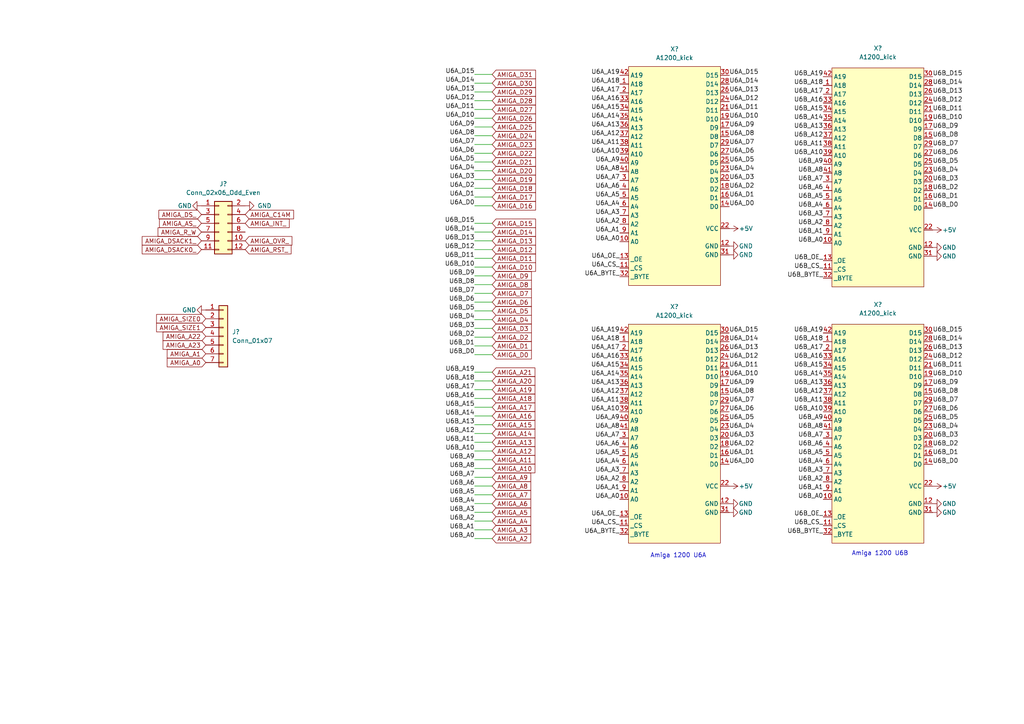
<source format=kicad_sch>
(kicad_sch (version 20211123) (generator eeschema)
  (paper "A4")
  (lib_symbols
    (symbol "A1200_kick_1"
      (property "Reference" "X" (at 0 0 0))
      (property "Value" "A1200_kick_1" (at 0 0 0))
      (symbol "A1200_kick_1_0_1"
        (rectangle (start -12.7 0) (end 13.97 -63.5) (fill (type background)))
      )
      (symbol "A1200_kick_1_1_1"
        (pin input line (at -15.24 -5.08 0) (length 2.54) (name "A18") (number "1"))
        (pin input line (at -15.24 -50.8 0) (length 2.54) (name "A0") (number "10"))
        (pin input line (at -15.24 -58.42 0) (length 2.54) (name "_CS") (number "11"))
        (pin input line (at 16.51 -52.07 180) (length 2.54) (name "GND") (number "12"))
        (pin input line (at -15.24 -55.88 0) (length 2.54) (name "_OE") (number "13"))
        (pin input line (at 16.51 -40.64 180) (length 2.54) (name "D0") (number "14"))
        (pin input line (at 16.51 -20.32 180) (length 2.54) (name "D8") (number "15"))
        (pin input line (at 16.51 -38.1 180) (length 2.54) (name "D1") (number "16"))
        (pin input line (at 16.51 -17.78 180) (length 2.54) (name "D9") (number "17"))
        (pin input line (at 16.51 -35.56 180) (length 2.54) (name "D2") (number "18"))
        (pin input line (at 16.51 -15.24 180) (length 2.54) (name "D10") (number "19"))
        (pin input line (at -15.24 -7.62 0) (length 2.54) (name "A17") (number "2"))
        (pin input line (at 16.51 -33.02 180) (length 2.54) (name "D3") (number "20"))
        (pin input line (at 16.51 -12.7 180) (length 2.54) (name "D11") (number "21"))
        (pin input line (at 16.51 -46.99 180) (length 2.54) (name "VCC") (number "22"))
        (pin input line (at 16.51 -30.48 180) (length 2.54) (name "D4") (number "23"))
        (pin input line (at 16.51 -10.16 180) (length 2.54) (name "D12") (number "24"))
        (pin input line (at 16.51 -27.94 180) (length 2.54) (name "D5") (number "25"))
        (pin input line (at 16.51 -7.62 180) (length 2.54) (name "D13") (number "26"))
        (pin input line (at 16.51 -25.4 180) (length 2.54) (name "D6") (number "27"))
        (pin input line (at 16.51 -5.08 180) (length 2.54) (name "D14") (number "28"))
        (pin input line (at 16.51 -22.86 180) (length 2.54) (name "D7") (number "29"))
        (pin input line (at -15.24 -33.02 0) (length 2.54) (name "A7") (number "3"))
        (pin input line (at 16.51 -2.54 180) (length 2.54) (name "D15") (number "30"))
        (pin input line (at 16.51 -54.61 180) (length 2.54) (name "GND") (number "31"))
        (pin input line (at -15.24 -60.96 0) (length 2.54) (name "_BYTE") (number "32"))
        (pin input line (at -15.24 -10.16 0) (length 2.54) (name "A16") (number "33"))
        (pin input line (at -15.24 -12.7 0) (length 2.54) (name "A15") (number "34"))
        (pin input line (at -15.24 -15.24 0) (length 2.54) (name "A14") (number "35"))
        (pin input line (at -15.24 -17.78 0) (length 2.54) (name "A13") (number "36"))
        (pin input line (at -15.24 -20.32 0) (length 2.54) (name "A12") (number "37"))
        (pin input line (at -15.24 -22.86 0) (length 2.54) (name "A11") (number "38"))
        (pin input line (at -15.24 -25.4 0) (length 2.54) (name "A10") (number "39"))
        (pin input line (at -15.24 -35.56 0) (length 2.54) (name "A6") (number "4"))
        (pin input line (at -15.24 -27.94 0) (length 2.54) (name "A9") (number "40"))
        (pin input line (at -15.24 -30.48 0) (length 2.54) (name "A8") (number "41"))
        (pin input line (at -15.24 -2.54 0) (length 2.54) (name "A19") (number "42"))
        (pin input line (at -15.24 -38.1 0) (length 2.54) (name "A5") (number "5"))
        (pin input line (at -15.24 -40.64 0) (length 2.54) (name "A4") (number "6"))
        (pin input line (at -15.24 -43.18 0) (length 2.54) (name "A3") (number "7"))
        (pin input line (at -15.24 -45.72 0) (length 2.54) (name "A2") (number "8"))
        (pin input line (at -15.24 -48.26 0) (length 2.54) (name "A1") (number "9"))
      )
    )
    (symbol "A1200_kick_2"
      (property "Reference" "X" (at 0 0 0))
      (property "Value" "A1200_kick_2" (at 0 0 0))
      (symbol "A1200_kick_2_0_1"
        (rectangle (start -12.7 0) (end 13.97 -63.5) (fill (type background)))
      )
      (symbol "A1200_kick_2_1_1"
        (pin input line (at -15.24 -5.08 0) (length 2.54) (name "A18") (number "1"))
        (pin input line (at -15.24 -50.8 0) (length 2.54) (name "A0") (number "10"))
        (pin input line (at -15.24 -58.42 0) (length 2.54) (name "_CS") (number "11"))
        (pin input line (at 16.51 -52.07 180) (length 2.54) (name "GND") (number "12"))
        (pin input line (at -15.24 -55.88 0) (length 2.54) (name "_OE") (number "13"))
        (pin input line (at 16.51 -40.64 180) (length 2.54) (name "D0") (number "14"))
        (pin input line (at 16.51 -20.32 180) (length 2.54) (name "D8") (number "15"))
        (pin input line (at 16.51 -38.1 180) (length 2.54) (name "D1") (number "16"))
        (pin input line (at 16.51 -17.78 180) (length 2.54) (name "D9") (number "17"))
        (pin input line (at 16.51 -35.56 180) (length 2.54) (name "D2") (number "18"))
        (pin input line (at 16.51 -15.24 180) (length 2.54) (name "D10") (number "19"))
        (pin input line (at -15.24 -7.62 0) (length 2.54) (name "A17") (number "2"))
        (pin input line (at 16.51 -33.02 180) (length 2.54) (name "D3") (number "20"))
        (pin input line (at 16.51 -12.7 180) (length 2.54) (name "D11") (number "21"))
        (pin input line (at 16.51 -46.99 180) (length 2.54) (name "VCC") (number "22"))
        (pin input line (at 16.51 -30.48 180) (length 2.54) (name "D4") (number "23"))
        (pin input line (at 16.51 -10.16 180) (length 2.54) (name "D12") (number "24"))
        (pin input line (at 16.51 -27.94 180) (length 2.54) (name "D5") (number "25"))
        (pin input line (at 16.51 -7.62 180) (length 2.54) (name "D13") (number "26"))
        (pin input line (at 16.51 -25.4 180) (length 2.54) (name "D6") (number "27"))
        (pin input line (at 16.51 -5.08 180) (length 2.54) (name "D14") (number "28"))
        (pin input line (at 16.51 -22.86 180) (length 2.54) (name "D7") (number "29"))
        (pin input line (at -15.24 -33.02 0) (length 2.54) (name "A7") (number "3"))
        (pin input line (at 16.51 -2.54 180) (length 2.54) (name "D15") (number "30"))
        (pin input line (at 16.51 -54.61 180) (length 2.54) (name "GND") (number "31"))
        (pin input line (at -15.24 -60.96 0) (length 2.54) (name "_BYTE") (number "32"))
        (pin input line (at -15.24 -10.16 0) (length 2.54) (name "A16") (number "33"))
        (pin input line (at -15.24 -12.7 0) (length 2.54) (name "A15") (number "34"))
        (pin input line (at -15.24 -15.24 0) (length 2.54) (name "A14") (number "35"))
        (pin input line (at -15.24 -17.78 0) (length 2.54) (name "A13") (number "36"))
        (pin input line (at -15.24 -20.32 0) (length 2.54) (name "A12") (number "37"))
        (pin input line (at -15.24 -22.86 0) (length 2.54) (name "A11") (number "38"))
        (pin input line (at -15.24 -25.4 0) (length 2.54) (name "A10") (number "39"))
        (pin input line (at -15.24 -35.56 0) (length 2.54) (name "A6") (number "4"))
        (pin input line (at -15.24 -27.94 0) (length 2.54) (name "A9") (number "40"))
        (pin input line (at -15.24 -30.48 0) (length 2.54) (name "A8") (number "41"))
        (pin input line (at -15.24 -2.54 0) (length 2.54) (name "A19") (number "42"))
        (pin input line (at -15.24 -38.1 0) (length 2.54) (name "A5") (number "5"))
        (pin input line (at -15.24 -40.64 0) (length 2.54) (name "A4") (number "6"))
        (pin input line (at -15.24 -43.18 0) (length 2.54) (name "A3") (number "7"))
        (pin input line (at -15.24 -45.72 0) (length 2.54) (name "A2") (number "8"))
        (pin input line (at -15.24 -48.26 0) (length 2.54) (name "A1") (number "9"))
      )
    )
    (symbol "A1200_kick_3"
      (property "Reference" "X" (at 0 0 0))
      (property "Value" "A1200_kick_3" (at 0 0 0))
      (symbol "A1200_kick_3_0_1"
        (rectangle (start -12.7 0) (end 13.97 -63.5) (fill (type background)))
      )
      (symbol "A1200_kick_3_1_1"
        (pin input line (at -15.24 -5.08 0) (length 2.54) (name "A18") (number "1"))
        (pin input line (at -15.24 -50.8 0) (length 2.54) (name "A0") (number "10"))
        (pin input line (at -15.24 -58.42 0) (length 2.54) (name "_CS") (number "11"))
        (pin input line (at 16.51 -52.07 180) (length 2.54) (name "GND") (number "12"))
        (pin input line (at -15.24 -55.88 0) (length 2.54) (name "_OE") (number "13"))
        (pin input line (at 16.51 -40.64 180) (length 2.54) (name "D0") (number "14"))
        (pin input line (at 16.51 -20.32 180) (length 2.54) (name "D8") (number "15"))
        (pin input line (at 16.51 -38.1 180) (length 2.54) (name "D1") (number "16"))
        (pin input line (at 16.51 -17.78 180) (length 2.54) (name "D9") (number "17"))
        (pin input line (at 16.51 -35.56 180) (length 2.54) (name "D2") (number "18"))
        (pin input line (at 16.51 -15.24 180) (length 2.54) (name "D10") (number "19"))
        (pin input line (at -15.24 -7.62 0) (length 2.54) (name "A17") (number "2"))
        (pin input line (at 16.51 -33.02 180) (length 2.54) (name "D3") (number "20"))
        (pin input line (at 16.51 -12.7 180) (length 2.54) (name "D11") (number "21"))
        (pin input line (at 16.51 -46.99 180) (length 2.54) (name "VCC") (number "22"))
        (pin input line (at 16.51 -30.48 180) (length 2.54) (name "D4") (number "23"))
        (pin input line (at 16.51 -10.16 180) (length 2.54) (name "D12") (number "24"))
        (pin input line (at 16.51 -27.94 180) (length 2.54) (name "D5") (number "25"))
        (pin input line (at 16.51 -7.62 180) (length 2.54) (name "D13") (number "26"))
        (pin input line (at 16.51 -25.4 180) (length 2.54) (name "D6") (number "27"))
        (pin input line (at 16.51 -5.08 180) (length 2.54) (name "D14") (number "28"))
        (pin input line (at 16.51 -22.86 180) (length 2.54) (name "D7") (number "29"))
        (pin input line (at -15.24 -33.02 0) (length 2.54) (name "A7") (number "3"))
        (pin input line (at 16.51 -2.54 180) (length 2.54) (name "D15") (number "30"))
        (pin input line (at 16.51 -54.61 180) (length 2.54) (name "GND") (number "31"))
        (pin input line (at -15.24 -60.96 0) (length 2.54) (name "_BYTE") (number "32"))
        (pin input line (at -15.24 -10.16 0) (length 2.54) (name "A16") (number "33"))
        (pin input line (at -15.24 -12.7 0) (length 2.54) (name "A15") (number "34"))
        (pin input line (at -15.24 -15.24 0) (length 2.54) (name "A14") (number "35"))
        (pin input line (at -15.24 -17.78 0) (length 2.54) (name "A13") (number "36"))
        (pin input line (at -15.24 -20.32 0) (length 2.54) (name "A12") (number "37"))
        (pin input line (at -15.24 -22.86 0) (length 2.54) (name "A11") (number "38"))
        (pin input line (at -15.24 -25.4 0) (length 2.54) (name "A10") (number "39"))
        (pin input line (at -15.24 -35.56 0) (length 2.54) (name "A6") (number "4"))
        (pin input line (at -15.24 -27.94 0) (length 2.54) (name "A9") (number "40"))
        (pin input line (at -15.24 -30.48 0) (length 2.54) (name "A8") (number "41"))
        (pin input line (at -15.24 -2.54 0) (length 2.54) (name "A19") (number "42"))
        (pin input line (at -15.24 -38.1 0) (length 2.54) (name "A5") (number "5"))
        (pin input line (at -15.24 -40.64 0) (length 2.54) (name "A4") (number "6"))
        (pin input line (at -15.24 -43.18 0) (length 2.54) (name "A3") (number "7"))
        (pin input line (at -15.24 -45.72 0) (length 2.54) (name "A2") (number "8"))
        (pin input line (at -15.24 -48.26 0) (length 2.54) (name "A1") (number "9"))
      )
    )
    (symbol "Connector_Generic:Conn_01x07" (pin_names (offset 1.016) hide)
      (property "Reference" "J" (at 0 10.16 0))
      (property "Value" "Conn_01x07" (at 0 -10.16 0))
      (symbol "Conn_01x07_1_1"
        (rectangle (start -1.27 -7.493) (end 0 -7.747) (stroke (width 0.1524)))
        (rectangle (start -1.27 -4.953) (end 0 -5.207) (stroke (width 0.1524)))
        (rectangle (start -1.27 -2.413) (end 0 -2.667) (stroke (width 0.1524)))
        (rectangle (start -1.27 0.127) (end 0 -0.127) (stroke (width 0.1524)))
        (rectangle (start -1.27 2.667) (end 0 2.413) (stroke (width 0.1524)))
        (rectangle (start -1.27 5.207) (end 0 4.953) (stroke (width 0.1524)))
        (rectangle (start -1.27 7.747) (end 0 7.493) (stroke (width 0.1524)))
        (rectangle (start -1.27 8.89) (end 1.27 -8.89) (stroke (width 0.254)) (fill (type background)))
        (pin passive line (at -5.08 7.62 0) (length 3.81) (name "Pin_1") (number "1"))
        (pin passive line (at -5.08 5.08 0) (length 3.81) (name "Pin_2") (number "2"))
        (pin passive line (at -5.08 2.54 0) (length 3.81) (name "Pin_3") (number "3"))
        (pin passive line (at -5.08 0 0) (length 3.81) (name "Pin_4") (number "4"))
        (pin passive line (at -5.08 -2.54 0) (length 3.81) (name "Pin_5") (number "5"))
        (pin passive line (at -5.08 -5.08 0) (length 3.81) (name "Pin_6") (number "6"))
        (pin passive line (at -5.08 -7.62 0) (length 3.81) (name "Pin_7") (number "7"))
      )
    )
    (symbol "Connector_Generic:Conn_02x06_Odd_Even" (pin_names (offset 1.016) hide)
      (property "Reference" "J" (at 1.27 7.62 0))
      (property "Value" "Conn_02x06_Odd_Even" (at 1.27 -10.16 0))
      (symbol "Conn_02x06_Odd_Even_1_1"
        (rectangle (start -1.27 -7.493) (end 0 -7.747) (stroke (width 0.1524)))
        (rectangle (start -1.27 -4.953) (end 0 -5.207) (stroke (width 0.1524)))
        (rectangle (start -1.27 -2.413) (end 0 -2.667) (stroke (width 0.1524)))
        (rectangle (start -1.27 0.127) (end 0 -0.127) (stroke (width 0.1524)))
        (rectangle (start -1.27 2.667) (end 0 2.413) (stroke (width 0.1524)))
        (rectangle (start -1.27 5.207) (end 0 4.953) (stroke (width 0.1524)))
        (rectangle (start -1.27 6.35) (end 3.81 -8.89) (stroke (width 0.254)) (fill (type background)))
        (rectangle (start 3.81 -7.493) (end 2.54 -7.747) (stroke (width 0.1524)))
        (rectangle (start 3.81 -4.953) (end 2.54 -5.207) (stroke (width 0.1524)))
        (rectangle (start 3.81 -2.413) (end 2.54 -2.667) (stroke (width 0.1524)))
        (rectangle (start 3.81 0.127) (end 2.54 -0.127) (stroke (width 0.1524)))
        (rectangle (start 3.81 2.667) (end 2.54 2.413) (stroke (width 0.1524)))
        (rectangle (start 3.81 5.207) (end 2.54 4.953) (stroke (width 0.1524)))
        (pin passive line (at -5.08 5.08 0) (length 3.81) (name "Pin_1") (number "1"))
        (pin passive line (at 7.62 -5.08 180) (length 3.81) (name "Pin_10") (number "10"))
        (pin passive line (at -5.08 -7.62 0) (length 3.81) (name "Pin_11") (number "11"))
        (pin passive line (at 7.62 -7.62 180) (length 3.81) (name "Pin_12") (number "12"))
        (pin passive line (at 7.62 5.08 180) (length 3.81) (name "Pin_2") (number "2"))
        (pin passive line (at -5.08 2.54 0) (length 3.81) (name "Pin_3") (number "3"))
        (pin passive line (at 7.62 2.54 180) (length 3.81) (name "Pin_4") (number "4"))
        (pin passive line (at -5.08 0 0) (length 3.81) (name "Pin_5") (number "5"))
        (pin passive line (at 7.62 0 180) (length 3.81) (name "Pin_6") (number "6"))
        (pin passive line (at -5.08 -2.54 0) (length 3.81) (name "Pin_7") (number "7"))
        (pin passive line (at 7.62 -2.54 180) (length 3.81) (name "Pin_8") (number "8"))
        (pin passive line (at -5.08 -5.08 0) (length 3.81) (name "Pin_9") (number "9"))
      )
    )
    (symbol "FreeVision:A1200_kick"
      (property "Reference" "X" (at 0 0 0))
      (property "Value" "A1200_kick" (at 0 0 0))
      (symbol "A1200_kick_0_1"
        (rectangle (start -12.7 0) (end 13.97 -63.5) (fill (type background)))
      )
      (symbol "A1200_kick_1_1"
        (pin input line (at -15.24 -5.08 0) (length 2.54) (name "A18") (number "1"))
        (pin input line (at -15.24 -50.8 0) (length 2.54) (name "A0") (number "10"))
        (pin input line (at -15.24 -58.42 0) (length 2.54) (name "_CS") (number "11"))
        (pin input line (at 16.51 -52.07 180) (length 2.54) (name "GND") (number "12"))
        (pin input line (at -15.24 -55.88 0) (length 2.54) (name "_OE") (number "13"))
        (pin input line (at 16.51 -40.64 180) (length 2.54) (name "D0") (number "14"))
        (pin input line (at 16.51 -20.32 180) (length 2.54) (name "D8") (number "15"))
        (pin input line (at 16.51 -38.1 180) (length 2.54) (name "D1") (number "16"))
        (pin input line (at 16.51 -17.78 180) (length 2.54) (name "D9") (number "17"))
        (pin input line (at 16.51 -35.56 180) (length 2.54) (name "D2") (number "18"))
        (pin input line (at 16.51 -15.24 180) (length 2.54) (name "D10") (number "19"))
        (pin input line (at -15.24 -7.62 0) (length 2.54) (name "A17") (number "2"))
        (pin input line (at 16.51 -33.02 180) (length 2.54) (name "D3") (number "20"))
        (pin input line (at 16.51 -12.7 180) (length 2.54) (name "D11") (number "21"))
        (pin input line (at 16.51 -46.99 180) (length 2.54) (name "VCC") (number "22"))
        (pin input line (at 16.51 -30.48 180) (length 2.54) (name "D4") (number "23"))
        (pin input line (at 16.51 -10.16 180) (length 2.54) (name "D12") (number "24"))
        (pin input line (at 16.51 -27.94 180) (length 2.54) (name "D5") (number "25"))
        (pin input line (at 16.51 -7.62 180) (length 2.54) (name "D13") (number "26"))
        (pin input line (at 16.51 -25.4 180) (length 2.54) (name "D6") (number "27"))
        (pin input line (at 16.51 -5.08 180) (length 2.54) (name "D14") (number "28"))
        (pin input line (at 16.51 -22.86 180) (length 2.54) (name "D7") (number "29"))
        (pin input line (at -15.24 -33.02 0) (length 2.54) (name "A7") (number "3"))
        (pin input line (at 16.51 -2.54 180) (length 2.54) (name "D15") (number "30"))
        (pin input line (at 16.51 -54.61 180) (length 2.54) (name "GND") (number "31"))
        (pin input line (at -15.24 -60.96 0) (length 2.54) (name "_BYTE") (number "32"))
        (pin input line (at -15.24 -10.16 0) (length 2.54) (name "A16") (number "33"))
        (pin input line (at -15.24 -12.7 0) (length 2.54) (name "A15") (number "34"))
        (pin input line (at -15.24 -15.24 0) (length 2.54) (name "A14") (number "35"))
        (pin input line (at -15.24 -17.78 0) (length 2.54) (name "A13") (number "36"))
        (pin input line (at -15.24 -20.32 0) (length 2.54) (name "A12") (number "37"))
        (pin input line (at -15.24 -22.86 0) (length 2.54) (name "A11") (number "38"))
        (pin input line (at -15.24 -25.4 0) (length 2.54) (name "A10") (number "39"))
        (pin input line (at -15.24 -35.56 0) (length 2.54) (name "A6") (number "4"))
        (pin input line (at -15.24 -27.94 0) (length 2.54) (name "A9") (number "40"))
        (pin input line (at -15.24 -30.48 0) (length 2.54) (name "A8") (number "41"))
        (pin input line (at -15.24 -2.54 0) (length 2.54) (name "A19") (number "42"))
        (pin input line (at -15.24 -38.1 0) (length 2.54) (name "A5") (number "5"))
        (pin input line (at -15.24 -40.64 0) (length 2.54) (name "A4") (number "6"))
        (pin input line (at -15.24 -43.18 0) (length 2.54) (name "A3") (number "7"))
        (pin input line (at -15.24 -45.72 0) (length 2.54) (name "A2") (number "8"))
        (pin input line (at -15.24 -48.26 0) (length 2.54) (name "A1") (number "9"))
      )
    )
    (symbol "power:+5V" (power) (pin_names (offset 0))
      (property "Value" "+5V" (at 0 3.556 0))
      (symbol "+5V_0_1"
        (polyline (pts (xy -0.762 1.27) (xy 0 2.54)))
        (polyline (pts (xy 0 0) (xy 0 2.54)))
        (polyline (pts (xy 0 2.54) (xy 0.762 1.27)))
      )
      (symbol "+5V_1_1"
        (pin power_in line (at 0 0 90) (length 0) hide (name "+5V") (number "1"))
      )
    )
    (symbol "power:GND" (power) (pin_names (offset 0))
      (property "Value" "GND" (at 0 -3.81 0))
      (symbol "GND_0_1"
        (polyline (pts (xy 0 0) (xy 0 -1.27) (xy 1.27 -1.27) (xy 0 -2.54) (xy -1.27 -1.27) (xy 0 -1.27)))
      )
      (symbol "GND_1_1"
        (pin power_in line (at 0 0 270) (length 0) hide (name "GND") (number "1"))
      )
    )
  )
  (wire (pts (xy 137.668 26.67) (xy 142.748 26.67)))
  (wire (pts (xy 137.668 95.25) (xy 142.748 95.25)))
  (wire (pts (xy 137.668 46.99) (xy 142.748 46.99)))
  (wire (pts (xy 137.668 125.73) (xy 142.748 125.73)))
  (wire (pts (xy 137.668 110.49) (xy 142.748 110.49)))
  (wire (pts (xy 137.668 130.81) (xy 142.748 130.81)))
  (wire (pts (xy 137.668 100.33) (xy 142.748 100.33)))
  (wire (pts (xy 137.668 85.09) (xy 142.748 85.09)))
  (wire (pts (xy 137.668 44.45) (xy 142.748 44.45)))
  (wire (pts (xy 137.668 52.07) (xy 142.748 52.07)))
  (wire (pts (xy 137.668 29.21) (xy 142.748 29.21)))
  (wire (pts (xy 137.668 41.91) (xy 142.748 41.91)))
  (wire (pts (xy 137.668 39.37) (xy 142.748 39.37)))
  (wire (pts (xy 137.668 151.13) (xy 142.748 151.13)))
  (wire (pts (xy 137.668 115.57) (xy 142.748 115.57)))
  (wire (pts (xy 137.668 34.29) (xy 142.748 34.29)))
  (wire (pts (xy 137.668 74.93) (xy 142.748 74.93)))
  (wire (pts (xy 137.668 82.55) (xy 142.748 82.55)))
  (wire (pts (xy 137.668 118.11) (xy 142.748 118.11)))
  (wire (pts (xy 137.668 21.59) (xy 142.748 21.59)))
  (wire (pts (xy 137.668 135.89) (xy 142.748 135.89)))
  (wire (pts (xy 137.668 153.67) (xy 142.748 153.67)))
  (wire (pts (xy 137.668 31.75) (xy 142.748 31.75)))
  (wire (pts (xy 137.668 24.13) (xy 142.748 24.13)))
  (wire (pts (xy 137.668 128.27) (xy 142.748 128.27)))
  (wire (pts (xy 137.668 36.83) (xy 142.748 36.83)))
  (wire (pts (xy 137.668 113.03) (xy 142.748 113.03)))
  (wire (pts (xy 137.668 156.21) (xy 142.748 156.21)))
  (wire (pts (xy 137.668 123.19) (xy 142.748 123.19)))
  (wire (pts (xy 137.668 146.05) (xy 142.748 146.05)))
  (wire (pts (xy 137.668 49.53) (xy 142.748 49.53)))
  (wire (pts (xy 137.668 77.47) (xy 142.748 77.47)))
  (wire (pts (xy 137.668 67.31) (xy 142.748 67.31)))
  (wire (pts (xy 137.668 107.95) (xy 142.748 107.95)))
  (wire (pts (xy 137.668 90.17) (xy 142.748 90.17)))
  (wire (pts (xy 137.668 57.15) (xy 142.748 57.15)))
  (wire (pts (xy 137.668 59.69) (xy 142.748 59.69)))
  (wire (pts (xy 137.668 143.51) (xy 142.748 143.51)))
  (wire (pts (xy 137.668 92.71) (xy 142.748 92.71)))
  (wire (pts (xy 137.668 64.77) (xy 142.748 64.77)))
  (wire (pts (xy 137.668 87.63) (xy 142.748 87.63)))
  (wire (pts (xy 137.668 54.61) (xy 142.748 54.61)))
  (wire (pts (xy 137.668 102.87) (xy 142.748 102.87)))
  (wire (pts (xy 137.668 69.85) (xy 142.748 69.85)))
  (wire (pts (xy 137.668 72.39) (xy 142.748 72.39)))
  (wire (pts (xy 137.668 120.65) (xy 142.748 120.65)))
  (wire (pts (xy 137.668 148.59) (xy 142.748 148.59)))
  (wire (pts (xy 137.668 138.43) (xy 142.748 138.43)))
  (wire (pts (xy 137.668 97.79) (xy 142.748 97.79)))
  (wire (pts (xy 137.668 140.97) (xy 142.748 140.97)))
  (wire (pts (xy 137.668 133.35) (xy 142.748 133.35)))
  (wire (pts (xy 137.668 80.01) (xy 142.748 80.01)))
  (text "Amiga 1200 U6A" (at 188.595 161.9504 0) (effects (font (size 1.27 1.27)) (justify left bottom)))
  (text "Amiga 1200 U6B " (at 247.015 161.3408 0) (effects (font (size 1.27 1.27)) (justify left bottom)))
  (label "U6A_A3" (at 179.7812 62.484 180))
  (label "U6A_D3" (at 211.5312 52.324 0))
  (label "U6A_D6" (at 211.5312 44.704 0))
  (label "U6B_D6" (at 270.51 119.4308 0))
  (label "U6A_A0" (at 179.7304 144.8308 180))
  (label "U6B_D13" (at 270.51 101.6508 0))
  (label "U6B_D9" (at 270.51 111.8108 0))
  (label "U6B_D14" (at 270.51 24.7904 0))
  (label "U6A_A17" (at 179.7304 101.6508 180))
  (label "U6B_A9" (at 238.76 47.6504 180))
  (label "U6A_D7" (at 211.5312 42.164 0))
  (label "U6A_D14" (at 137.668 24.13 180))
  (label "U6A_D10" (at 137.668 34.29 180))
  (label "U6B_D5" (at 270.51 47.6504 0))
  (label "U6A_D1" (at 137.668 57.15 180))
  (label "U6B_A7" (at 137.668 138.43 180))
  (label "U6A_A11" (at 179.7304 116.8908 180))
  (label "U6B_D10" (at 270.51 109.2708 0))
  (label "U6A_D15" (at 211.5312 21.844 0))
  (label "U6A_A0" (at 179.7812 70.104 180))
  (label "U6B_D4" (at 270.51 50.1904 0))
  (label "U6B_A8" (at 238.76 124.5108 180))
  (label "U6A_A2" (at 179.7304 139.7508 180))
  (label "U6A_A13" (at 179.7304 111.8108 180))
  (label "U6B_A8" (at 238.76 50.1904 180))
  (label "U6B_D0" (at 137.668 102.87 180))
  (label "U6B_A3" (at 238.76 62.8904 180))
  (label "U6A_A5" (at 179.7304 132.1308 180))
  (label "U6B_A14" (at 137.668 120.65 180))
  (label "U6A_A14" (at 179.7812 34.544 180))
  (label "U6A_A19" (at 179.7812 21.844 180))
  (label "U6A_D12" (at 137.668 29.21 180))
  (label "U6A_D4" (at 211.5312 49.784 0))
  (label "U6A_A4" (at 179.7812 59.944 180))
  (label "U6B_A9" (at 137.668 133.35 180))
  (label "U6B_A0" (at 238.76 70.5104 180))
  (label "U6B_A15" (at 137.668 118.11 180))
  (label "U6B_D7" (at 270.51 42.5704 0))
  (label "U6B_D3" (at 270.51 127.0508 0))
  (label "U6B_BYTE_" (at 238.76 80.6704 180))
  (label "U6B_A10" (at 238.76 119.4308 180))
  (label "U6A_A4" (at 179.7304 134.6708 180))
  (label "U6B_A6" (at 137.668 140.97 180))
  (label "U6B_A6" (at 238.76 55.2704 180))
  (label "U6A_D5" (at 137.668 46.99 180))
  (label "U6A_D4" (at 211.4804 124.5108 0))
  (label "U6B_D0" (at 270.51 60.3504 0))
  (label "U6B_D8" (at 137.668 82.55 180))
  (label "U6B_BYTE_" (at 238.76 154.9908 180))
  (label "U6A_A10" (at 179.7812 44.704 180))
  (label "U6A_A8" (at 179.7812 49.784 180))
  (label "U6A_CS_" (at 179.7304 152.4508 180))
  (label "U6A_D11" (at 211.5312 32.004 0))
  (label "U6A_A6" (at 179.7812 54.864 180))
  (label "U6B_D7" (at 137.668 85.09 180))
  (label "U6B_OE_" (at 238.76 75.5904 180))
  (label "U6A_A1" (at 179.7812 67.564 180))
  (label "U6A_D3" (at 211.4804 127.0508 0))
  (label "U6B_D1" (at 270.51 57.8104 0))
  (label "U6B_D1" (at 137.668 100.33 180))
  (label "U6B_D3" (at 137.668 95.25 180))
  (label "U6B_D11" (at 137.668 74.93 180))
  (label "U6A_A18" (at 179.7812 24.384 180))
  (label "U6A_D9" (at 211.4804 111.8108 0))
  (label "U6A_A8" (at 179.7304 124.5108 180))
  (label "U6B_A16" (at 238.76 104.1908 180))
  (label "U6B_A5" (at 238.76 132.1308 180))
  (label "U6A_D5" (at 211.4804 121.9708 0))
  (label "U6B_D5" (at 270.51 121.9708 0))
  (label "U6B_A12" (at 238.76 40.0304 180))
  (label "U6B_A13" (at 238.76 37.4904 180))
  (label "U6A_A12" (at 179.7304 114.3508 180))
  (label "U6B_A12" (at 238.76 114.3508 180))
  (label "U6B_D15" (at 137.668 64.77 180))
  (label "U6A_D8" (at 211.4804 114.3508 0))
  (label "U6B_D14" (at 270.51 99.1108 0))
  (label "U6A_D14" (at 211.5312 24.384 0))
  (label "U6B_D12" (at 270.51 29.8704 0))
  (label "U6B_A16" (at 238.76 29.8704 180))
  (label "U6B_OE_" (at 238.76 149.9108 180))
  (label "U6B_A18" (at 238.76 24.7904 180))
  (label "U6A_D0" (at 137.668 59.69 180))
  (label "U6A_A15" (at 179.7812 32.004 180))
  (label "U6B_A7" (at 238.76 127.0508 180))
  (label "U6A_A2" (at 179.7812 65.024 180))
  (label "U6B_D4" (at 270.51 124.5108 0))
  (label "U6B_D14" (at 137.668 67.31 180))
  (label "U6B_A1" (at 137.668 153.67 180))
  (label "U6A_D2" (at 137.668 54.61 180))
  (label "U6B_A11" (at 238.76 116.8908 180))
  (label "U6A_D9" (at 137.668 36.83 180))
  (label "U6B_A14" (at 238.76 34.9504 180))
  (label "U6A_D0" (at 211.4804 134.6708 0))
  (label "U6B_D12" (at 137.668 72.39 180))
  (label "U6B_A14" (at 238.76 109.2708 180))
  (label "U6A_D13" (at 211.4804 101.6508 0))
  (label "U6A_A16" (at 179.7304 104.1908 180))
  (label "U6B_A15" (at 238.76 106.7308 180))
  (label "U6B_A17" (at 137.668 113.03 180))
  (label "U6B_A2" (at 137.668 151.13 180))
  (label "U6B_A18" (at 137.668 110.49 180))
  (label "U6B_A1" (at 238.76 142.2908 180))
  (label "U6A_D1" (at 211.5312 57.404 0))
  (label "U6A_D8" (at 137.668 39.37 180))
  (label "U6B_A8" (at 137.668 135.89 180))
  (label "U6B_A0" (at 137.668 156.21 180))
  (label "U6B_A11" (at 238.76 42.5704 180))
  (label "U6A_A7" (at 179.7812 52.324 180))
  (label "U6B_D7" (at 270.51 116.8908 0))
  (label "U6A_A16" (at 179.7812 29.464 180))
  (label "U6A_A5" (at 179.7812 57.404 180))
  (label "U6B_A17" (at 238.76 27.3304 180))
  (label "U6A_A6" (at 179.7304 129.5908 180))
  (label "U6B_D13" (at 137.668 69.85 180))
  (label "U6B_D15" (at 270.51 96.5708 0))
  (label "U6A_D2" (at 211.5312 54.864 0))
  (label "U6A_A19" (at 179.7304 96.5708 180))
  (label "U6B_CS_" (at 238.76 152.4508 180))
  (label "U6A_A13" (at 179.7812 37.084 180))
  (label "U6A_A15" (at 179.7304 106.7308 180))
  (label "U6A_D15" (at 211.4804 96.5708 0))
  (label "U6B_D8" (at 270.51 40.0304 0))
  (label "U6A_D10" (at 211.4804 109.2708 0))
  (label "U6B_CS_" (at 238.76 78.1304 180))
  (label "U6B_D6" (at 137.668 87.63 180))
  (label "U6A_D1" (at 211.4804 132.1308 0))
  (label "U6A_A10" (at 179.7304 119.4308 180))
  (label "U6B_D13" (at 270.51 27.3304 0))
  (label "U6A_D11" (at 137.668 31.75 180))
  (label "U6B_A19" (at 238.76 22.2504 180))
  (label "U6A_D8" (at 211.5312 39.624 0))
  (label "U6B_D2" (at 270.51 129.5908 0))
  (label "U6B_A5" (at 238.76 57.8104 180))
  (label "U6B_D0" (at 270.51 134.6708 0))
  (label "U6B_D9" (at 270.51 37.4904 0))
  (label "U6B_A10" (at 238.76 45.1104 180))
  (label "U6B_A0" (at 238.76 144.8308 180))
  (label "U6A_A9" (at 179.7304 121.9708 180))
  (label "U6B_D11" (at 270.51 106.7308 0))
  (label "U6B_A11" (at 137.668 128.27 180))
  (label "U6A_D4" (at 137.668 49.53 180))
  (label "U6A_D0" (at 211.5312 59.944 0))
  (label "U6A_A1" (at 179.7304 142.2908 180))
  (label "U6A_D10" (at 211.5312 34.544 0))
  (label "U6A_A7" (at 179.7304 127.0508 180))
  (label "U6B_A19" (at 238.76 96.5708 180))
  (label "U6B_D12" (at 270.51 104.1908 0))
  (label "U6B_A4" (at 238.76 60.3504 180))
  (label "U6B_D2" (at 137.668 97.79 180))
  (label "U6B_D15" (at 270.51 22.2504 0))
  (label "U6B_A2" (at 238.76 65.4304 180))
  (label "U6A_D3" (at 137.668 52.07 180))
  (label "U6B_A16" (at 137.668 115.57 180))
  (label "U6B_A6" (at 238.76 129.5908 180))
  (label "U6B_A17" (at 238.76 101.6508 180))
  (label "U6A_D12" (at 211.5312 29.464 0))
  (label "U6A_D13" (at 137.668 26.67 180))
  (label "U6A_A18" (at 179.7304 99.1108 180))
  (label "U6B_D5" (at 137.668 90.17 180))
  (label "U6B_D8" (at 270.51 114.3508 0))
  (label "U6A_A14" (at 179.7304 109.2708 180))
  (label "U6A_D12" (at 211.4804 104.1908 0))
  (label "U6A_D14" (at 211.4804 99.1108 0))
  (label "U6A_A3" (at 179.7304 137.2108 180))
  (label "U6B_A10" (at 137.668 130.81 180))
  (label "U6A_BYTE_" (at 179.7304 154.9908 180))
  (label "U6A_A11" (at 179.7812 42.164 180))
  (label "U6B_A19" (at 137.668 107.95 180))
  (label "U6A_CS_" (at 179.7812 77.724 180))
  (label "U6A_D15" (at 137.668 21.59 180))
  (label "U6A_A9" (at 179.7812 47.244 180))
  (label "U6A_OE_" (at 179.7812 75.184 180))
  (label "U6A_D7" (at 211.4804 116.8908 0))
  (label "U6A_D13" (at 211.5312 26.924 0))
  (label "U6B_A13" (at 238.76 111.8108 180))
  (label "U6A_D7" (at 137.668 41.91 180))
  (label "U6B_D9" (at 137.668 80.01 180))
  (label "U6B_D6" (at 270.51 45.1104 0))
  (label "U6A_D6" (at 137.668 44.45 180))
  (label "U6A_D6" (at 211.4804 119.4308 0))
  (label "U6B_A5" (at 137.668 143.51 180))
  (label "U6A_BYTE_" (at 179.7812 80.264 180))
  (label "U6B_D11" (at 270.51 32.4104 0))
  (label "U6B_A15" (at 238.76 32.4104 180))
  (label "U6A_OE_" (at 179.7304 149.9108 180))
  (label "U6B_A7" (at 238.76 52.7304 180))
  (label "U6B_A12" (at 137.668 125.73 180))
  (label "U6B_A4" (at 137.668 146.05 180))
  (label "U6A_D9" (at 211.5312 37.084 0))
  (label "U6B_A1" (at 238.76 67.9704 180))
  (label "U6A_D2" (at 211.4804 129.5908 0))
  (label "U6A_D5" (at 211.5312 47.244 0))
  (label "U6B_A3" (at 238.76 137.2108 180))
  (label "U6A_D11" (at 211.4804 106.7308 0))
  (label "U6A_A12" (at 179.7812 39.624 180))
  (label "U6B_A18" (at 238.76 99.1108 180))
  (label "U6B_D2" (at 270.51 55.2704 0))
  (label "U6B_A2" (at 238.76 139.7508 180))
  (label "U6B_D10" (at 137.668 77.47 180))
  (label "U6B_A3" (at 137.668 148.59 180))
  (label "U6B_D4" (at 137.668 92.71 180))
  (label "U6B_D3" (at 270.51 52.7304 0))
  (label "U6B_A4" (at 238.76 134.6708 180))
  (label "U6B_D10" (at 270.51 34.9504 0))
  (label "U6A_A17" (at 179.7812 26.924 180))
  (label "U6B_A13" (at 137.668 123.19 180))
  (label "U6B_A9" (at 238.76 121.9708 180))
  (label "U6B_D1" (at 270.51 132.1308 0))
  (global_label "AMIGA_INT_" (shape input) (at 71.12 64.77 0) (property "Intersheet References" "${INTERSHEET_REFS}" (effects hide)))
  (global_label "AMIGA_D15" (shape input) (at 142.748 64.77 0) (property "Intersheet References" "${INTERSHEET_REFS}" (effects hide)))
  (global_label "AMIGA_A0" (shape input) (at 59.69 105.156 180) (property "Intersheet References" "${INTERSHEET_REFS}" (effects hide)))
  (global_label "AMIGA_A11" (shape input) (at 142.748 133.35 0) (property "Intersheet References" "${INTERSHEET_REFS}" (effects hide)))
  (global_label "AMIGA_A15" (shape input) (at 142.748 123.19 0) (property "Intersheet References" "${INTERSHEET_REFS}" (effects hide)))
  (global_label "AMIGA_D25" (shape input) (at 142.748 36.83 0) (property "Intersheet References" "${INTERSHEET_REFS}" (effects hide)))
  (global_label "AMIGA_D23" (shape input) (at 142.748 41.91 0) (property "Intersheet References" "${INTERSHEET_REFS}" (effects hide)))
  (global_label "AMIGA_D2" (shape input) (at 142.748 97.79 0) (property "Intersheet References" "${INTERSHEET_REFS}" (effects hide)))
  (global_label "AMIGA_A5" (shape input) (at 142.748 148.59 0) (property "Intersheet References" "${INTERSHEET_REFS}" (effects hide)))
  (global_label "AMIGA_A10" (shape input) (at 142.748 135.89 0) (property "Intersheet References" "${INTERSHEET_REFS}" (effects hide)))
  (global_label "AMIGA_D30" (shape input) (at 142.748 24.13 0) (property "Intersheet References" "${INTERSHEET_REFS}" (effects hide)))
  (global_label "AMIGA_A2" (shape input) (at 142.748 156.21 0) (property "Intersheet References" "${INTERSHEET_REFS}" (effects hide)))
  (global_label "AMIGA_D13" (shape input) (at 142.748 69.85 0) (property "Intersheet References" "${INTERSHEET_REFS}" (effects hide)))
  (global_label "AMIGA_DS_" (shape input) (at 58.42 62.23 180) (property "Intersheet References" "${INTERSHEET_REFS}" (effects hide)))
  (global_label "AMIGA_D5" (shape input) (at 142.748 90.17 0) (property "Intersheet References" "${INTERSHEET_REFS}" (effects hide)))
  (global_label "AMIGA_RST_" (shape input) (at 71.12 72.39 0) (property "Intersheet References" "${INTERSHEET_REFS}" (effects hide)))
  (global_label "AMIGA_C14M" (shape input) (at 71.12 62.23 0) (property "Intersheet References" "${INTERSHEET_REFS}" (effects hide)))
  (global_label "AMIGA_D8" (shape input) (at 142.748 82.55 0) (property "Intersheet References" "${INTERSHEET_REFS}" (effects hide)))
  (global_label "AMIGA_D0" (shape input) (at 142.748 102.87 0) (property "Intersheet References" "${INTERSHEET_REFS}" (effects hide)))
  (global_label "AMIGA_A1" (shape input) (at 59.69 102.616 180) (property "Intersheet References" "${INTERSHEET_REFS}" (effects hide)))
  (global_label "AMIGA_D21" (shape input) (at 142.748 46.99 0) (property "Intersheet References" "${INTERSHEET_REFS}" (effects hide)))
  (global_label "AMIGA_D29" (shape input) (at 142.748 26.67 0) (property "Intersheet References" "${INTERSHEET_REFS}" (effects hide)))
  (global_label "AMIGA_D20" (shape input) (at 142.748 49.53 0) (property "Intersheet References" "${INTERSHEET_REFS}" (effects hide)))
  (global_label "AMIGA_D16" (shape input) (at 142.748 59.69 0) (property "Intersheet References" "${INTERSHEET_REFS}" (effects hide)))
  (global_label "AMIGA_D12" (shape input) (at 142.748 72.39 0) (property "Intersheet References" "${INTERSHEET_REFS}" (effects hide)))
  (global_label "AMIGA_R_W" (shape input) (at 58.42 67.31 180) (property "Intersheet References" "${INTERSHEET_REFS}" (effects hide)))
  (global_label "AMIGA_A6" (shape input) (at 142.748 146.05 0) (property "Intersheet References" "${INTERSHEET_REFS}" (effects hide)))
  (global_label "AMIGA_D10" (shape input) (at 142.748 77.47 0) (property "Intersheet References" "${INTERSHEET_REFS}" (effects hide)))
  (global_label "AMIGA_D14" (shape input) (at 142.748 67.31 0) (property "Intersheet References" "${INTERSHEET_REFS}" (effects hide)))
  (global_label "AMIGA_A13" (shape input) (at 142.748 128.27 0) (property "Intersheet References" "${INTERSHEET_REFS}" (effects hide)))
  (global_label "AMIGA_OVR_" (shape input) (at 71.12 69.85 0) (property "Intersheet References" "${INTERSHEET_REFS}" (effects hide)))
  (global_label "AMIGA_A20" (shape input) (at 142.748 110.49 0) (property "Intersheet References" "${INTERSHEET_REFS}" (effects hide)))
  (global_label "AMIGA_D22" (shape input) (at 142.748 44.45 0) (property "Intersheet References" "${INTERSHEET_REFS}" (effects hide)))
  (global_label "AMIGA_D1" (shape input) (at 142.748 100.33 0) (property "Intersheet References" "${INTERSHEET_REFS}" (effects hide)))
  (global_label "AMIGA_D3" (shape input) (at 142.748 95.25 0) (property "Intersheet References" "${INTERSHEET_REFS}" (effects hide)))
  (global_label "AMIGA_A8" (shape input) (at 142.748 140.97 0) (property "Intersheet References" "${INTERSHEET_REFS}" (effects hide)))
  (global_label "AMIGA_A17" (shape input) (at 142.748 118.11 0) (property "Intersheet References" "${INTERSHEET_REFS}" (effects hide)))
  (global_label "AMIGA_A12" (shape input) (at 142.748 130.81 0) (property "Intersheet References" "${INTERSHEET_REFS}" (effects hide)))
  (global_label "AMIGA_SIZE1" (shape input) (at 59.69 94.996 180) (property "Intersheet References" "${INTERSHEET_REFS}" (effects hide)))
  (global_label "AMIGA_D17" (shape input) (at 142.748 57.15 0) (property "Intersheet References" "${INTERSHEET_REFS}" (effects hide)))
  (global_label "AMIGA_D7" (shape input) (at 142.748 85.09 0) (property "Intersheet References" "${INTERSHEET_REFS}" (effects hide)))
  (global_label "AMIGA_D19" (shape input) (at 142.748 52.07 0) (property "Intersheet References" "${INTERSHEET_REFS}" (effects hide)))
  (global_label "AMIGA_D6" (shape input) (at 142.748 87.63 0) (property "Intersheet References" "${INTERSHEET_REFS}" (effects hide)))
  (global_label "AMIGA_A9" (shape input) (at 142.748 138.43 0) (property "Intersheet References" "${INTERSHEET_REFS}" (effects hide)))
  (global_label "AMIGA_A16" (shape input) (at 142.748 120.65 0) (property "Intersheet References" "${INTERSHEET_REFS}" (effects hide)))
  (global_label "AMIGA_DSACK1_" (shape input) (at 58.42 69.85 180) (property "Intersheet References" "${INTERSHEET_REFS}" (effects hide)))
  (global_label "AMIGA_D26" (shape input) (at 142.748 34.29 0) (property "Intersheet References" "${INTERSHEET_REFS}" (effects hide)))
  (global_label "AMIGA_DSACK0_" (shape input) (at 58.42 72.39 180) (property "Intersheet References" "${INTERSHEET_REFS}" (effects hide)))
  (global_label "AMIGA_A4" (shape input) (at 142.748 151.13 0) (property "Intersheet References" "${INTERSHEET_REFS}" (effects hide)))
  (global_label "AMIGA_D4" (shape input) (at 142.748 92.71 0) (property "Intersheet References" "${INTERSHEET_REFS}" (effects hide)))
  (global_label "AMIGA_A23" (shape input) (at 59.69 100.076 180) (property "Intersheet References" "${INTERSHEET_REFS}" (effects hide)))
  (global_label "AMIGA_A14" (shape input) (at 142.748 125.73 0) (property "Intersheet References" "${INTERSHEET_REFS}" (effects hide)))
  (global_label "AMIGA_A22" (shape input) (at 59.69 97.536 180) (property "Intersheet References" "${INTERSHEET_REFS}" (effects hide)))
  (global_label "AMIGA_D28" (shape input) (at 142.748 29.21 0) (property "Intersheet References" "${INTERSHEET_REFS}" (effects hide)))
  (global_label "AMIGA_D18" (shape input) (at 142.748 54.61 0) (property "Intersheet References" "${INTERSHEET_REFS}" (effects hide)))
  (global_label "AMIGA_D31" (shape input) (at 142.748 21.59 0) (property "Intersheet References" "${INTERSHEET_REFS}" (effects hide)))
  (global_label "AMIGA_A3" (shape input) (at 142.748 153.67 0) (property "Intersheet References" "${INTERSHEET_REFS}" (effects hide)))
  (global_label "AMIGA_SIZE0" (shape input) (at 59.69 92.456 180) (property "Intersheet References" "${INTERSHEET_REFS}" (effects hide)))
  (global_label "AMIGA_A7" (shape input) (at 142.748 143.51 0) (property "Intersheet References" "${INTERSHEET_REFS}" (effects hide)))
  (global_label "AMIGA_D9" (shape input) (at 142.748 80.01 0) (property "Intersheet References" "${INTERSHEET_REFS}" (effects hide)))
  (global_label "AMIGA_A21" (shape input) (at 142.748 107.95 0) (property "Intersheet References" "${INTERSHEET_REFS}" (effects hide)))
  (global_label "AMIGA_AS_" (shape input) (at 58.42 64.77 180) (property "Intersheet References" "${INTERSHEET_REFS}" (effects hide)))
  (global_label "AMIGA_A18" (shape input) (at 142.748 115.57 0) (property "Intersheet References" "${INTERSHEET_REFS}" (effects hide)))
  (global_label "AMIGA_A19" (shape input) (at 142.748 113.03 0) (property "Intersheet References" "${INTERSHEET_REFS}" (effects hide)))
  (global_label "AMIGA_D27" (shape input) (at 142.748 31.75 0) (property "Intersheet References" "${INTERSHEET_REFS}" (effects hide)))
  (global_label "AMIGA_D11" (shape input) (at 142.748 74.93 0) (property "Intersheet References" "${INTERSHEET_REFS}" (effects hide)))
  (global_label "AMIGA_D24" (shape input) (at 142.748 39.37 0) (property "Intersheet References" "${INTERSHEET_REFS}" (effects hide)))
  (symbol (lib_id "power:GND") (at 270.51 146.1008 90) (unit 1)
    (property "Reference" "#PWR?" (effects hide))
    (property "Value" "GND" (at 277.368 146.1008 90) (effects (justify left)))
  )
  (symbol (lib_id "power:+5V") (at 270.51 141.0208 270) (unit 1)
    (property "Reference" "#PWR?" (effects hide))
    (property "Value" "+5V" (at 275.336 141.0208 90))
  )
  (symbol (lib_id "power:GND") (at 211.4804 146.1008 90) (unit 1)
    (property "Reference" "#PWR?" (effects hide))
    (property "Value" "GND" (at 218.3384 146.1008 90) (effects (justify left)))
  )
  (symbol (lib_id "power:GND") (at 211.5312 71.374 90) (unit 1)
    (property "Reference" "#PWR?" (effects hide))
    (property "Value" "GND" (at 218.3892 71.374 90) (effects (justify left)))
  )
  (symbol (lib_id "FreeVision:A1200_kick") (at 254 94.0308 0) (unit 1)
    (property "Reference" "X?" (at 254.635 88.3412 0))
    (property "Value" "A1200_kick" (at 254.635 90.8558 0))
  )
  (symbol (lib_id "power:+5V") (at 211.5312 66.294 270) (unit 1)
    (property "Reference" "#PWR?" (effects hide))
    (property "Value" "+5V" (at 216.3572 66.294 90))
  )
  (symbol (lib_id "power:GND") (at 270.51 74.3204 90) (unit 1)
    (property "Reference" "#PWR?" (effects hide))
    (property "Value" "GND" (at 277.368 74.3204 90) (effects (justify left)))
  )
  (symbol (lib_id "Connector_Generic:Conn_01x07") (at 64.77 97.536 0) (unit 1)
    (property "Reference" "J?" (at 67.31 96.2659 0) (effects (justify left)))
    (property "Value" "Conn_01x07" (at 67.31 98.8059 0) (effects (justify left)))
  )
  (symbol (lib_name "A1200_kick_3") (lib_id "FreeVision:A1200_kick") (at 194.9704 94.0308 0) (unit 1)
    (property "Reference" "X?" (at 195.6054 88.9508 0))
    (property "Value" "A1200_kick" (at 195.6054 91.4908 0))
  )
  (symbol (lib_id "power:GND") (at 211.4804 148.6408 90) (unit 1)
    (property "Reference" "#PWR?" (effects hide))
    (property "Value" "GND" (at 218.3384 148.6408 90) (effects (justify left)))
  )
  (symbol (lib_id "power:+5V") (at 211.4804 141.0208 270) (unit 1)
    (property "Reference" "#PWR?" (effects hide))
    (property "Value" "+5V" (at 216.3064 141.0208 90))
  )
  (symbol (lib_id "power:GND") (at 211.5312 73.914 90) (unit 1)
    (property "Reference" "#PWR?" (effects hide))
    (property "Value" "GND" (at 218.3892 73.914 90) (effects (justify left)))
  )
  (symbol (lib_id "power:+5V") (at 270.51 66.7004 270) (unit 1)
    (property "Reference" "#PWR?" (effects hide))
    (property "Value" "+5V" (at 275.336 66.7004 90))
  )
  (symbol (lib_id "power:GND") (at 58.42 59.69 270) (unit 1)
    (property "Reference" "#PWR?" (effects hide))
    (property "Value" "GND" (at 51.562 59.69 90) (effects (justify left)))
  )
  (symbol (lib_id "Connector_Generic:Conn_02x06_Odd_Even") (at 63.5 64.77 0) (unit 1)
    (property "Reference" "J?" (at 64.77 53.34 0))
    (property "Value" "Conn_02x06_Odd_Even" (at 64.77 55.88 0))
  )
  (symbol (lib_id "power:GND") (at 270.51 71.7804 90) (unit 1)
    (property "Reference" "#PWR?" (effects hide))
    (property "Value" "GND" (at 277.368 71.7804 90) (effects (justify left)))
  )
  (symbol (lib_name "A1200_kick_2") (lib_id "FreeVision:A1200_kick") (at 254 19.7104 0) (unit 1)
    (property "Reference" "X?" (at 254.635 13.9954 0))
    (property "Value" "A1200_kick" (at 254.635 16.5354 0))
  )
  (symbol (lib_id "power:GND") (at 270.51 148.6408 90) (unit 1)
    (property "Reference" "#PWR?" (effects hide))
    (property "Value" "GND" (at 277.368 148.6408 90) (effects (justify left)))
  )
  (symbol (lib_id "power:GND") (at 59.69 89.916 270) (unit 1)
    (property "Reference" "#PWR?" (effects hide))
    (property "Value" "GND" (at 52.832 89.916 90) (effects (justify left)))
  )
  (symbol (lib_name "A1200_kick_1") (lib_id "FreeVision:A1200_kick") (at 195.0212 19.304 0) (unit 1)
    (property "Reference" "X?" (at 195.6562 14.224 0))
    (property "Value" "A1200_kick" (at 195.6562 16.764 0))
  )
  (symbol (lib_id "power:GND") (at 71.12 59.69 90) (unit 1)
    (property "Reference" "#PWR?" (effects hide))
    (property "Value" "GND" (at 74.676 59.6899 90) (effects (justify right)))
  )
)
</source>
